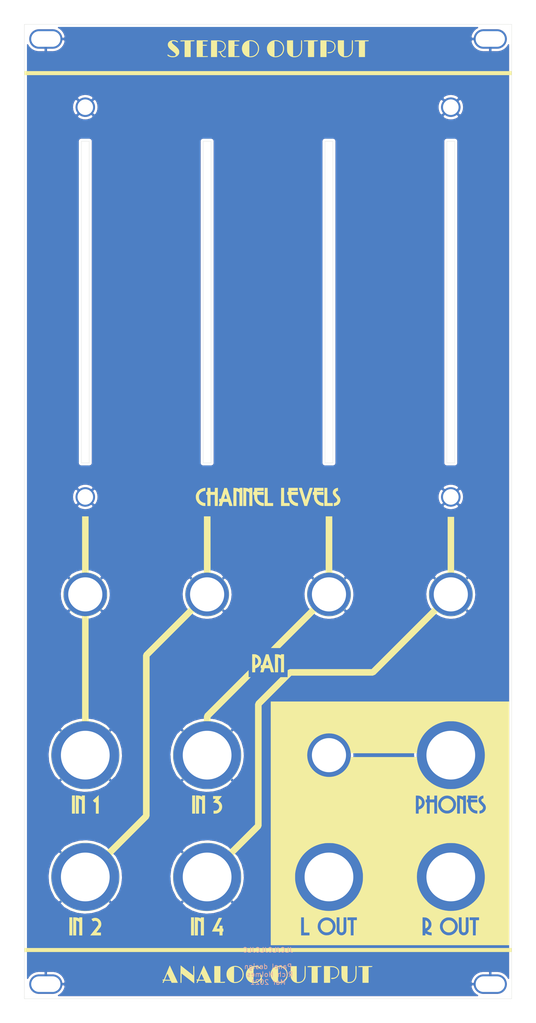
<source format=kicad_pcb>
(kicad_pcb (version 20171130) (host pcbnew 5.1.9-73d0e3b20d~88~ubuntu20.04.1)
  (layers (0 F.Cu signal) (31 B.Cu signal) (34 B.Paste user) (35 F.Paste user) (36 B.SilkS user) (37 F.SilkS user) (38 B.Mask user) (39 F.Mask user) (44 Edge.Cuts user))
  (net 0 "")
  (net 1 GND)
  (module Kosmo_panel:Kosmo_Panel_Mounting_Hole (layer F.Cu) (at 137.5 117)
    (fp_text reference H20 hide)
    (fp_text value MountingHole_Pad)
    (pad 1 thru_hole circle (at 0 0) (size 4 4) (drill 3.2) (layers *.Cu *.Mask) (net 1 GND))
  )
  (module Kosmo_panel:Kosmo_Panel_Mounting_Hole (layer F.Cu) (at 137.5 37)
    (fp_text reference H19 hide)
    (fp_text value MountingHole_Pad)
    (pad 1 thru_hole circle (at 0 0) (size 4 4) (drill 3.2) (layers *.Cu *.Mask) (net 1 GND))
  )
  (module Kosmo_panel:Kosmo_Panel_Mounting_Hole (layer F.Cu) (at 62.5 117)
    (fp_text reference H18 hide)
    (fp_text value MountingHole_Pad)
    (pad 1 thru_hole circle (at 0 0) (size 4 4) (drill 3.2) (layers *.Cu *.Mask) (net 1 GND))
  )
  (module Kosmo_panel:Kosmo_Panel_Mounting_Hole (layer F.Cu) (at 62.5 37)
    (fp_text reference H17 hide)
    (fp_text value MountingHole_Pad)
    (pad 1 thru_hole circle (at 0 0) (size 4 4) (drill 3.2) (layers *.Cu *.Mask) (net 1 GND))
  )
  (module ao_output_panel:ao_output_panel_slide_art (layer F.Cu) (at 100 120)
    (fp_text reference GRAF2 hide)
    (fp_text value Art hide)
  )
  (module ao_output_panel:ao_output_panel_slide_holes (layer F.Cu) (at 100 120)
    (fp_text reference GRAF1 hide)
    (fp_text value Holes hide)
  )
  (module Kosmo_panel:Kosmo_Panel_Slotted_Mounting_Hole (layer F.Cu) (at 147 23 180)
    (fp_text reference H16 hide)
    (fp_text value MountingHole_Pad)
    (pad 1 thru_hole oval (at 1.4 0 180) (size 6.8 4) (drill oval 6 3.2) (layers *.Cu *.Mask) (net 1 GND))
  )
  (module Kosmo_panel:Kosmo_Panel_Slotted_Mounting_Hole (layer F.Cu) (at 147 217 180)
    (fp_text reference H15 hide)
    (fp_text value MountingHole_Pad)
    (pad 1 thru_hole oval (at 1.4 0 180) (size 6.8 4) (drill oval 6 3.2) (layers *.Cu *.Mask) (net 1 GND))
  )
  (module Kosmo_panel:Kosmo_Panel_Slotted_Mounting_Hole (layer F.Cu) (at 53 23)
    (fp_text reference H14 hide)
    (fp_text value MountingHole_Pad)
    (pad 1 thru_hole oval (at 1.4 0) (size 6.8 4) (drill oval 6 3.2) (layers *.Cu *.Mask) (net 1 GND))
  )
  (module Kosmo_panel:Kosmo_Panel_Slotted_Mounting_Hole (layer F.Cu) (at 53 217)
    (fp_text reference H13 hide)
    (fp_text value MountingHole_Pad)
    (pad 1 thru_hole oval (at 1.4 0) (size 6.8 4) (drill oval 6 3.2) (layers *.Cu *.Mask) (net 1 GND))
  )
  (module Kosmo_panel:Kosmo_Pot_Hole (layer F.Cu) (at 112.5 170)
    (fp_text reference H12 hide)
    (fp_text value MountingHole_Pad)
    (pad 1 thru_hole circle (at 0 0) (size 9 9) (drill 7) (layers *.Cu *.Mask) (net 1 GND))
  )
  (module Kosmo_panel:Kosmo_Pot_Hole (layer F.Cu) (at 137.5 137)
    (fp_text reference H11 hide)
    (fp_text value MountingHole_Pad)
    (pad 1 thru_hole circle (at 0 0) (size 9 9) (drill 7) (layers *.Cu *.Mask) (net 1 GND))
  )
  (module Kosmo_panel:Kosmo_Pot_Hole (layer F.Cu) (at 112.5 137)
    (fp_text reference H10 hide)
    (fp_text value MountingHole_Pad)
    (pad 1 thru_hole circle (at 0 0) (size 9 9) (drill 7) (layers *.Cu *.Mask) (net 1 GND))
  )
  (module Kosmo_panel:Kosmo_Pot_Hole (layer F.Cu) (at 87.5 137)
    (fp_text reference H9 hide)
    (fp_text value MountingHole_Pad)
    (pad 1 thru_hole circle (at 0 0) (size 9 9) (drill 7) (layers *.Cu *.Mask) (net 1 GND))
  )
  (module Kosmo_panel:Kosmo_Pot_Hole (layer F.Cu) (at 62.5 137)
    (fp_text reference H8 hide)
    (fp_text value MountingHole_Pad)
    (pad 1 thru_hole circle (at 0 0) (size 9 9) (drill 7) (layers *.Cu *.Mask) (net 1 GND))
  )
  (module Kosmo_panel:Kosmo_Jack_Hole (layer F.Cu) (at 137.5 195)
    (fp_text reference H7 hide)
    (fp_text value MountingHole_Pad)
    (pad 1 thru_hole circle (at 0 0) (size 14 14) (drill 10) (layers *.Cu *.Mask) (net 1 GND))
  )
  (module Kosmo_panel:Kosmo_Jack_Hole (layer F.Cu) (at 112.5 195)
    (fp_text reference H6 hide)
    (fp_text value MountingHole_Pad)
    (pad 1 thru_hole circle (at 0 0) (size 14 14) (drill 10) (layers *.Cu *.Mask) (net 1 GND))
  )
  (module Kosmo_panel:Kosmo_Jack_Hole (layer F.Cu) (at 87.5 195)
    (fp_text reference H5 hide)
    (fp_text value MountingHole_Pad)
    (pad 1 thru_hole circle (at 0 0) (size 14 14) (drill 10) (layers *.Cu *.Mask) (net 1 GND))
  )
  (module Kosmo_panel:Kosmo_Jack_Hole (layer F.Cu) (at 62.5 195)
    (fp_text reference H4 hide)
    (fp_text value MountingHole_Pad)
    (pad 1 thru_hole circle (at 0 0) (size 14 14) (drill 10) (layers *.Cu *.Mask) (net 1 GND))
  )
  (module Kosmo_panel:Kosmo_Jack_Hole (layer F.Cu) (at 137.5 170)
    (fp_text reference H3 hide)
    (fp_text value MountingHole_Pad)
    (pad 1 thru_hole circle (at 0 0) (size 14 14) (drill 10) (layers *.Cu *.Mask) (net 1 GND))
  )
  (module Kosmo_panel:Kosmo_Jack_Hole (layer F.Cu) (at 87.5 170)
    (fp_text reference H2 hide)
    (fp_text value MountingHole_Pad)
    (pad 1 thru_hole circle (at 0 0) (size 14 14) (drill 10) (layers *.Cu *.Mask) (net 1 GND))
  )
  (module Kosmo_panel:Kosmo_Jack_Hole (layer F.Cu) (at 62.5 170)
    (fp_text reference H1 hide)
    (fp_text value MountingHole_Pad)
    (pad 1 thru_hole circle (at 0 0) (size 14 14) (drill 10) (layers *.Cu *.Mask) (net 1 GND))
  )
  (gr_line (start 136.7 110) (end 136.7 44) (layer Edge.Cuts) (width 0.05))
  (gr_line (start 138.3 44) (end 138.3 110) (layer Edge.Cuts) (width 0.05))
  (gr_line (start 136.7 44) (end 138.3 44) (layer Edge.Cuts) (width 0.05))
  (gr_line (start 138.3 110) (end 136.7 110) (layer Edge.Cuts) (width 0.05))
  (gr_line (start 113.3 44) (end 113.3 110) (layer Edge.Cuts) (width 0.05))
  (gr_line (start 111.7 44) (end 113.3 44) (layer Edge.Cuts) (width 0.05))
  (gr_line (start 111.7 110) (end 111.7 44) (layer Edge.Cuts) (width 0.05))
  (gr_line (start 113.3 110) (end 111.7 110) (layer Edge.Cuts) (width 0.05))
  (gr_line (start 88.3 110) (end 86.7 110) (layer Edge.Cuts) (width 0.05))
  (gr_line (start 86.7 44) (end 88.3 44) (layer Edge.Cuts) (width 0.05))
  (gr_line (start 86.7 110) (end 86.7 44) (layer Edge.Cuts) (width 0.05))
  (gr_line (start 88.3 44) (end 88.3 110) (layer Edge.Cuts) (width 0.05))
  (gr_line (start 61.7 110) (end 61.7 44) (layer Edge.Cuts) (width 0.05))
  (gr_line (start 63.3 110) (end 61.7 110) (layer Edge.Cuts) (width 0.05))
  (gr_line (start 63.3 44) (end 63.3 110) (layer Edge.Cuts) (width 0.05))
  (gr_line (start 61.7 44) (end 63.3 44) (layer Edge.Cuts) (width 0.05))
  (gr_text "Panel design\nRich Holmes \nMar 2021" (at 100 215) (layer B.SilkS) (effects (font (size 1 1)) (justify mirror)))
  (gr_text JLCJLCJLCJLC (at 100 210) (layer B.SilkS) (effects (font (size 1 1)) (justify mirror)))
  (gr_line (start 50 220) (end 50 20) (layer Edge.Cuts) (width 0.05))
  (gr_line (start 150 220) (end 50 220) (layer Edge.Cuts) (width 0.05))
  (gr_line (start 150 20) (end 150 220) (layer Edge.Cuts) (width 0.05))
  (gr_line (start 50 20) (end 150 20) (layer Edge.Cuts) (width 0.05))
  (zone (net 1) (net_name GND) (layer F.Cu) (connect_pads (clearance 0.508)) (min_thickness 0.254) (fill yes (arc_segments 32) (thermal_gap 0.508) (thermal_bridge_width 0.508))
    (polygon (pts (xy 155 225) (xy 45 225) (xy 45 15) (xy 155 15)))
  )
  (zone (net 1) (net_name GND) (layer B.Cu) (connect_pads (clearance 0.508)) (min_thickness 0.254) (fill yes (arc_segments 32) (thermal_gap 0.508) (thermal_bridge_width 0.508))
    (polygon (pts (xy 155 225) (xy 45 225) (xy 45 15) (xy 155 15)))
  )
)
</source>
